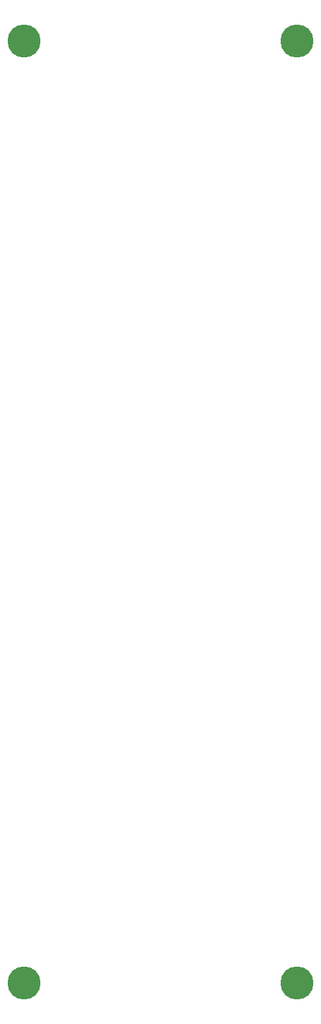
<source format=gbr>
%TF.GenerationSoftware,KiCad,Pcbnew,(5.1.6-0)*%
%TF.CreationDate,2020-09-07T10:46:08-07:00*%
%TF.ProjectId,panel_board,70616e65-6c5f-4626-9f61-72642e6b6963,rev?*%
%TF.SameCoordinates,Original*%
%TF.FileFunction,Soldermask,Bot*%
%TF.FilePolarity,Negative*%
%FSLAX46Y46*%
G04 Gerber Fmt 4.6, Leading zero omitted, Abs format (unit mm)*
G04 Created by KiCad (PCBNEW (5.1.6-0)) date 2020-09-07 10:46:08*
%MOMM*%
%LPD*%
G01*
G04 APERTURE LIST*
%ADD10C,4.300000*%
G04 APERTURE END LIST*
D10*
%TO.C,H2*%
X110890000Y-38970000D03*
%TD*%
%TO.C,H1*%
X75390000Y-38980000D03*
%TD*%
%TO.C,H4*%
X110890000Y-161500000D03*
%TD*%
%TO.C,H3*%
X75380000Y-161490000D03*
%TD*%
M02*

</source>
